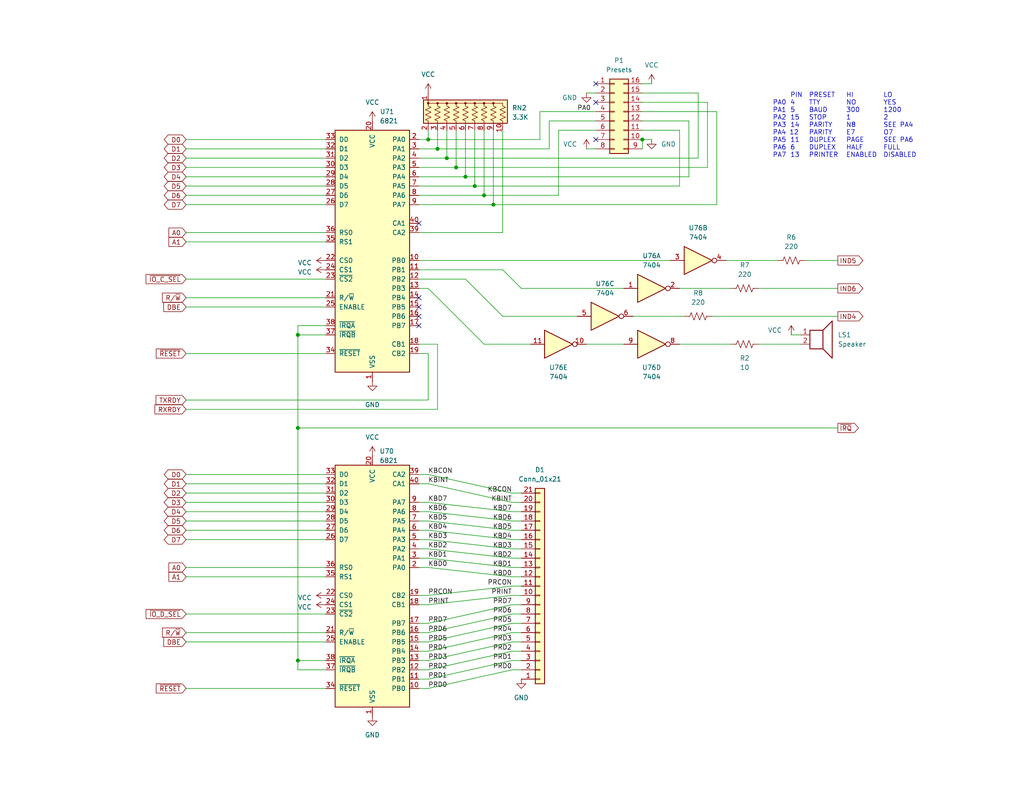
<source format=kicad_sch>
(kicad_sch (version 20231120) (generator "eeschema") (generator_version "8.0")
  (paper "USLetter")
  (lib_symbols
    (symbol "6821_1" (pin_names (offset 1.016))
      (property "Reference" "U70" (at 2.54 34.29 0))
      (property "Value" "6821_1" (at -2.54 1.27 0))
      (symbol "6821_1_0_1"
        (rectangle (start -10.16 -33.02) (end 10.16 33.02) (stroke (width 0.254)) (fill (type background)))
      )
      (symbol "6821_1_1_1"
        (pin power_in line (at 0 -35.56 90) (length 2.54) (name "VSS") (number "1"))
        (pin bidirectional line (at 12.7 -27.94 180) (length 2.54) (name "PB0") (number "10"))
        (pin bidirectional line (at 12.7 -25.4 180) (length 2.54) (name "PB1") (number "11"))
        (pin bidirectional line (at 12.7 -22.86 180) (length 2.54) (name "PB2") (number "12"))
        (pin bidirectional line (at 12.7 -20.32 180) (length 2.54) (name "PB3") (number "13"))
        (pin bidirectional line (at 12.7 -17.78 180) (length 2.54) (name "PB4") (number "14"))
        (pin bidirectional line (at 12.7 -15.24 180) (length 2.54) (name "PB5") (number "15"))
        (pin bidirectional line (at 12.7 -12.7 180) (length 2.54) (name "PB6") (number "16"))
        (pin bidirectional line (at 12.7 -10.16 180) (length 2.54) (name "PB7") (number "17"))
        (pin input line (at 12.7 -5.08 180) (length 2.54) (name "CB1") (number "18"))
        (pin bidirectional line (at 12.7 -2.54 180) (length 2.54) (name "CB2") (number "19"))
        (pin bidirectional line (at 12.7 5.08 180) (length 2.54) (name "PA0") (number "2"))
        (pin power_in line (at 0 35.56 270) (length 2.54) (name "VCC") (number "20"))
        (pin input line (at -12.7 -12.7 0) (length 2.54) (name "R/~{W}") (number "21"))
        (pin input line (at -12.7 -2.54 0) (length 2.54) (name "CS0") (number "22"))
        (pin input line (at -12.7 -7.62 0) (length 2.54) (name "~{CS2}") (number "23"))
        (pin input line (at -12.7 -5.08 0) (length 2.54) (name "CS1") (number "24"))
        (pin input line (at -12.7 -15.24 0) (length 2.54) (name "ENABLE") (number "25"))
        (pin bidirectional line (at -12.7 12.7 0) (length 2.54) (name "D7") (number "26"))
        (pin bidirectional line (at -12.7 15.24 0) (length 2.54) (name "D6") (number "27"))
        (pin bidirectional line (at -12.7 17.78 0) (length 2.54) (name "D5") (number "28"))
        (pin bidirectional line (at -12.7 20.32 0) (length 2.54) (name "D4") (number "29"))
        (pin bidirectional line (at 12.7 7.62 180) (length 2.54) (name "PA1") (number "3"))
        (pin bidirectional line (at -12.7 22.86 0) (length 2.54) (name "D3") (number "30"))
        (pin bidirectional line (at -12.7 25.4 0) (length 2.54) (name "D2") (number "31"))
        (pin bidirectional line (at -12.7 27.94 0) (length 2.54) (name "D1") (number "32"))
        (pin bidirectional line (at -12.7 30.48 0) (length 2.54) (name "D0") (number "33"))
        (pin input line (at -12.7 -27.94 0) (length 2.54) (name "~{RESET}") (number "34"))
        (pin input line (at -12.7 2.54 0) (length 2.54) (name "RS1") (number "35"))
        (pin input line (at -12.7 5.08 0) (length 2.54) (name "RS0") (number "36"))
        (pin open_collector line (at -12.7 -22.86 0) (length 2.54) (name "~{IRQB}") (number "37"))
        (pin open_collector line (at -12.7 -20.32 0) (length 2.54) (name "~{IRQA}") (number "38"))
        (pin bidirectional line (at 12.7 30.48 180) (length 2.54) (name "CA2") (number "39"))
        (pin bidirectional line (at 12.7 10.16 180) (length 2.54) (name "PA2") (number "4"))
        (pin input line (at 12.7 27.94 180) (length 2.54) (name "CA1") (number "40"))
        (pin bidirectional line (at 12.7 12.7 180) (length 2.54) (name "PA3") (number "5"))
        (pin bidirectional line (at 12.7 15.24 180) (length 2.54) (name "PA4") (number "6"))
        (pin bidirectional line (at 12.7 17.78 180) (length 2.54) (name "PA5") (number "7"))
        (pin bidirectional line (at 12.7 20.32 180) (length 2.54) (name "PA6") (number "8"))
        (pin bidirectional line (at 12.7 22.86 180) (length 2.54) (name "PA7") (number "9"))
      )
    )
    (symbol "74xx:74LS04"
      (property "Reference" "U" (at 0 1.27 0))
      (property "Value" "74LS04" (at 0 -1.27 0))
      (symbol "74LS04_1_0"
        (polyline (pts (xy -3.81 3.81) (xy -3.81 -3.81) (xy 3.81 0) (xy -3.81 3.81)) (stroke (width 0.254)) (fill (type background)))
        (pin input line (at -7.62 0 0) (length 3.81) (name "~") (number "1"))
        (pin output inverted (at 7.62 0 180) (length 3.81) (name "~") (number "2"))
      )
      (symbol "74LS04_2_0"
        (polyline (pts (xy -3.81 3.81) (xy -3.81 -3.81) (xy 3.81 0) (xy -3.81 3.81)) (stroke (width 0.254)) (fill (type background)))
        (pin input line (at -7.62 0 0) (length 3.81) (name "~") (number "3"))
        (pin output inverted (at 7.62 0 180) (length 3.81) (name "~") (number "4"))
      )
      (symbol "74LS04_3_0"
        (polyline (pts (xy -3.81 3.81) (xy -3.81 -3.81) (xy 3.81 0) (xy -3.81 3.81)) (stroke (width 0.254)) (fill (type background)))
        (pin input line (at -7.62 0 0) (length 3.81) (name "~") (number "5"))
        (pin output inverted (at 7.62 0 180) (length 3.81) (name "~") (number "6"))
      )
      (symbol "74LS04_4_0"
        (polyline (pts (xy -3.81 3.81) (xy -3.81 -3.81) (xy 3.81 0) (xy -3.81 3.81)) (stroke (width 0.254)) (fill (type background)))
        (pin output inverted (at 7.62 0 180) (length 3.81) (name "~") (number "8"))
        (pin input line (at -7.62 0 0) (length 3.81) (name "~") (number "9"))
      )
      (symbol "74LS04_5_0"
        (polyline (pts (xy -3.81 3.81) (xy -3.81 -3.81) (xy 3.81 0) (xy -3.81 3.81)) (stroke (width 0.254)) (fill (type background)))
        (pin output inverted (at 7.62 0 180) (length 3.81) (name "~") (number "10"))
        (pin input line (at -7.62 0 0) (length 3.81) (name "~") (number "11"))
      )
      (symbol "74LS04_6_0"
        (polyline (pts (xy -3.81 3.81) (xy -3.81 -3.81) (xy 3.81 0) (xy -3.81 3.81)) (stroke (width 0.254)) (fill (type background)))
        (pin output inverted (at 7.62 0 180) (length 3.81) (name "~") (number "12"))
        (pin input line (at -7.62 0 0) (length 3.81) (name "~") (number "13"))
      )
      (symbol "74LS04_7_0"
        (pin power_in line (at 0 12.7 270) (length 5.08) (name "VCC") (number "14"))
        (pin power_in line (at 0 -12.7 90) (length 5.08) (name "GND") (number "7"))
      )
      (symbol "74LS04_7_1"
        (rectangle (start -5.08 7.62) (end 5.08 -7.62) (stroke (width 0.254)) (fill (type background)))
      )
    )
    (symbol "Connector_Generic:Conn_01x21" (pin_names (offset 1.016) hide)
      (property "Reference" "J" (at 0 27.94 0))
      (property "Value" "Conn_01x21" (at 0 -27.94 0))
      (symbol "Conn_01x21_1_1"
        (rectangle (start -1.27 -25.273) (end 0 -25.527) (stroke (width 0.1524)))
        (rectangle (start -1.27 -22.733) (end 0 -22.987) (stroke (width 0.1524)))
        (rectangle (start -1.27 -20.193) (end 0 -20.447) (stroke (width 0.1524)))
        (rectangle (start -1.27 -17.653) (end 0 -17.907) (stroke (width 0.1524)))
        (rectangle (start -1.27 -15.113) (end 0 -15.367) (stroke (width 0.1524)))
        (rectangle (start -1.27 -12.573) (end 0 -12.827) (stroke (width 0.1524)))
        (rectangle (start -1.27 -10.033) (end 0 -10.287) (stroke (width 0.1524)))
        (rectangle (start -1.27 -7.493) (end 0 -7.747) (stroke (width 0.1524)))
        (rectangle (start -1.27 -4.953) (end 0 -5.207) (stroke (width 0.1524)))
        (rectangle (start -1.27 -2.413) (end 0 -2.667) (stroke (width 0.1524)))
        (rectangle (start -1.27 0.127) (end 0 -0.127) (stroke (width 0.1524)))
        (rectangle (start -1.27 2.667) (end 0 2.413) (stroke (width 0.1524)))
        (rectangle (start -1.27 5.207) (end 0 4.953) (stroke (width 0.1524)))
        (rectangle (start -1.27 7.747) (end 0 7.493) (stroke (width 0.1524)))
        (rectangle (start -1.27 10.287) (end 0 10.033) (stroke (width 0.1524)))
        (rectangle (start -1.27 12.827) (end 0 12.573) (stroke (width 0.1524)))
        (rectangle (start -1.27 15.367) (end 0 15.113) (stroke (width 0.1524)))
        (rectangle (start -1.27 17.907) (end 0 17.653) (stroke (width 0.1524)))
        (rectangle (start -1.27 20.447) (end 0 20.193) (stroke (width 0.1524)))
        (rectangle (start -1.27 22.987) (end 0 22.733) (stroke (width 0.1524)))
        (rectangle (start -1.27 25.527) (end 0 25.273) (stroke (width 0.1524)))
        (rectangle (start -1.27 26.67) (end 1.27 -26.67) (stroke (width 0.254)) (fill (type background)))
        (pin passive line (at -5.08 25.4 0) (length 3.81) (name "Pin_1") (number "1"))
        (pin passive line (at -5.08 2.54 0) (length 3.81) (name "Pin_10") (number "10"))
        (pin passive line (at -5.08 0 0) (length 3.81) (name "Pin_11") (number "11"))
        (pin passive line (at -5.08 -2.54 0) (length 3.81) (name "Pin_12") (number "12"))
        (pin passive line (at -5.08 -5.08 0) (length 3.81) (name "Pin_13") (number "13"))
        (pin passive line (at -5.08 -7.62 0) (length 3.81) (name "Pin_14") (number "14"))
        (pin passive line (at -5.08 -10.16 0) (length 3.81) (name "Pin_15") (number "15"))
        (pin passive line (at -5.08 -12.7 0) (length 3.81) (name "Pin_16") (number "16"))
        (pin passive line (at -5.08 -15.24 0) (length 3.81) (name "Pin_17") (number "17"))
        (pin passive line (at -5.08 -17.78 0) (length 3.81) (name "Pin_18") (number "18"))
        (pin passive line (at -5.08 -20.32 0) (length 3.81) (name "Pin_19") (number "19"))
        (pin passive line (at -5.08 22.86 0) (length 3.81) (name "Pin_2") (number "2"))
        (pin passive line (at -5.08 -22.86 0) (length 3.81) (name "Pin_20") (number "20"))
        (pin passive line (at -5.08 -25.4 0) (length 3.81) (name "Pin_21") (number "21"))
        (pin passive line (at -5.08 20.32 0) (length 3.81) (name "Pin_3") (number "3"))
        (pin passive line (at -5.08 17.78 0) (length 3.81) (name "Pin_4") (number "4"))
        (pin passive line (at -5.08 15.24 0) (length 3.81) (name "Pin_5") (number "5"))
        (pin passive line (at -5.08 12.7 0) (length 3.81) (name "Pin_6") (number "6"))
        (pin passive line (at -5.08 10.16 0) (length 3.81) (name "Pin_7") (number "7"))
        (pin passive line (at -5.08 7.62 0) (length 3.81) (name "Pin_8") (number "8"))
        (pin passive line (at -5.08 5.08 0) (length 3.81) (name "Pin_9") (number "9"))
      )
    )
    (symbol "Connector_Generic:Conn_02x08_Counter_Clockwise" (pin_names (offset 1.016) hide)
      (property "Reference" "J" (at 1.27 10.16 0))
      (property "Value" "Conn_02x08_Counter_Clockwise" (at 1.27 -12.7 0))
      (symbol "Conn_02x08_Counter_Clockwise_1_1"
        (rectangle (start -1.27 -10.033) (end 0 -10.287) (stroke (width 0.1524)))
        (rectangle (start -1.27 -7.493) (end 0 -7.747) (stroke (width 0.1524)))
        (rectangle (start -1.27 -4.953) (end 0 -5.207) (stroke (width 0.1524)))
        (rectangle (start -1.27 -2.413) (end 0 -2.667) (stroke (width 0.1524)))
        (rectangle (start -1.27 0.127) (end 0 -0.127) (stroke (width 0.1524)))
        (rectangle (start -1.27 2.667) (end 0 2.413) (stroke (width 0.1524)))
        (rectangle (start -1.27 5.207) (end 0 4.953) (stroke (width 0.1524)))
        (rectangle (start -1.27 7.747) (end 0 7.493) (stroke (width 0.1524)))
        (rectangle (start -1.27 8.89) (end 3.81 -11.43) (stroke (width 0.254)) (fill (type background)))
        (rectangle (start 3.81 -10.033) (end 2.54 -10.287) (stroke (width 0.1524)))
        (rectangle (start 3.81 -7.493) (end 2.54 -7.747) (stroke (width 0.1524)))
        (rectangle (start 3.81 -4.953) (end 2.54 -5.207) (stroke (width 0.1524)))
        (rectangle (start 3.81 -2.413) (end 2.54 -2.667) (stroke (width 0.1524)))
        (rectangle (start 3.81 0.127) (end 2.54 -0.127) (stroke (width 0.1524)))
        (rectangle (start 3.81 2.667) (end 2.54 2.413) (stroke (width 0.1524)))
        (rectangle (start 3.81 5.207) (end 2.54 4.953) (stroke (width 0.1524)))
        (rectangle (start 3.81 7.747) (end 2.54 7.493) (stroke (width 0.1524)))
        (pin passive line (at -5.08 7.62 0) (length 3.81) (name "Pin_1") (number "1"))
        (pin passive line (at 7.62 -7.62 180) (length 3.81) (name "Pin_10") (number "10"))
        (pin passive line (at 7.62 -5.08 180) (length 3.81) (name "Pin_11") (number "11"))
        (pin passive line (at 7.62 -2.54 180) (length 3.81) (name "Pin_12") (number "12"))
        (pin passive line (at 7.62 0 180) (length 3.81) (name "Pin_13") (number "13"))
        (pin passive line (at 7.62 2.54 180) (length 3.81) (name "Pin_14") (number "14"))
        (pin passive line (at 7.62 5.08 180) (length 3.81) (name "Pin_15") (number "15"))
        (pin passive line (at 7.62 7.62 180) (length 3.81) (name "Pin_16") (number "16"))
        (pin passive line (at -5.08 5.08 0) (length 3.81) (name "Pin_2") (number "2"))
        (pin passive line (at -5.08 2.54 0) (length 3.81) (name "Pin_3") (number "3"))
        (pin passive line (at -5.08 0 0) (length 3.81) (name "Pin_4") (number "4"))
        (pin passive line (at -5.08 -2.54 0) (length 3.81) (name "Pin_5") (number "5"))
        (pin passive line (at -5.08 -5.08 0) (length 3.81) (name "Pin_6") (number "6"))
        (pin passive line (at -5.08 -7.62 0) (length 3.81) (name "Pin_7") (number "7"))
        (pin passive line (at -5.08 -10.16 0) (length 3.81) (name "Pin_8") (number "8"))
        (pin passive line (at 7.62 -10.16 180) (length 3.81) (name "Pin_9") (number "9"))
      )
    )
    (symbol "Device:R_Network09_US" (pin_names (offset 0) hide)
      (property "Reference" "RN" (at -12.7 0 90))
      (property "Value" "R_Network09_US" (at 12.7 0 90))
      (symbol "R_Network09_US_0_1"
        (rectangle (start -11.43 -3.175) (end 11.43 3.175) (stroke (width 0.254)) (fill (type background)))
        (circle (center -10.16 2.286) (radius 0.254) (fill (type outline)))
        (circle (center -7.62 2.286) (radius 0.254) (fill (type outline)))
        (circle (center -5.08 2.286) (radius 0.254) (fill (type outline)))
        (circle (center -2.54 2.286) (radius 0.254) (fill (type outline)))
        (polyline (pts (xy -10.16 2.286) (xy 10.16 2.286)))
        (polyline (pts (xy -10.16 2.286) (xy -10.16 1.524) (xy -9.398 1.1684) (xy -10.922 0.508) (xy -9.398 -0.1524) (xy -10.922 -0.8382) (xy -9.398 -1.524) (xy -10.922 -2.1844) (xy -10.16 -2.54) (xy -10.16 -3.81)))
        (polyline (pts (xy -7.62 2.286) (xy -7.62 1.524) (xy -6.858 1.1684) (xy -8.382 0.508) (xy -6.858 -0.1524) (xy -8.382 -0.8382) (xy -6.858 -1.524) (xy -8.382 -2.1844) (xy -7.62 -2.54) (xy -7.62 -3.81)))
        (polyline (pts (xy -5.08 2.286) (xy -5.08 1.524) (xy -4.318 1.1684) (xy -5.842 0.508) (xy -4.318 -0.1524) (xy -5.842 -0.8382) (xy -4.318 -1.524) (xy -5.842 -2.1844) (xy -5.08 -2.54) (xy -5.08 -3.81)))
        (polyline (pts (xy -2.54 2.286) (xy -2.54 1.524) (xy -1.778 1.1684) (xy -3.302 0.508) (xy -1.778 -0.1524) (xy -3.302 -0.8382) (xy -1.778 -1.524) (xy -3.302 -2.1844) (xy -2.54 -2.54) (xy -2.54 -3.81)))
        (polyline (pts (xy 0 2.286) (xy 0 1.524) (xy 0.762 1.1684) (xy -0.762 0.508) (xy 0.762 -0.1524) (xy -0.762 -0.8382) (xy 0.762 -1.524) (xy -0.762 -2.1844) (xy 0 -2.54) (xy 0 -3.81)))
        (polyline (pts (xy 2.54 2.286) (xy 2.54 1.524) (xy 3.302 1.1684) (xy 1.778 0.508) (xy 3.302 -0.1524) (xy 1.778 -0.8382) (xy 3.302 -1.524) (xy 1.778 -2.1844) (xy 2.54 -2.54) (xy 2.54 -3.81)))
        (polyline (pts (xy 5.08 2.286) (xy 5.08 1.524) (xy 5.842 1.1684) (xy 4.318 0.508) (xy 5.842 -0.1524) (xy 4.318 -0.8382) (xy 5.842 -1.524) (xy 4.318 -2.1844) (xy 5.08 -2.54) (xy 5.08 -3.81)))
        (polyline (pts (xy 7.62 2.286) (xy 7.62 1.524) (xy 8.382 1.1684) (xy 6.858 0.508) (xy 8.382 -0.1524) (xy 6.858 -0.8382) (xy 8.382 -1.524) (xy 6.858 -2.1844) (xy 7.62 -2.54) (xy 7.62 -3.81)))
        (polyline (pts (xy 10.16 2.286) (xy 10.16 1.524) (xy 10.922 1.1684) (xy 9.398 0.508) (xy 10.922 -0.1524) (xy 9.398 -0.8382) (xy 10.922 -1.524) (xy 9.398 -2.1844) (xy 10.16 -2.54) (xy 10.16 -3.81)))
        (circle (center 0 2.286) (radius 0.254) (fill (type outline)))
        (circle (center 2.54 2.286) (radius 0.254) (fill (type outline)))
        (circle (center 5.08 2.286) (radius 0.254) (fill (type outline)))
        (circle (center 7.62 2.286) (radius 0.254) (fill (type outline)))
      )
      (symbol "R_Network09_US_1_1"
        (pin passive line (at -10.16 5.08 270) (length 2.54) (name "common") (number "1"))
        (pin passive line (at 10.16 -5.08 90) (length 1.27) (name "R9") (number "10"))
        (pin passive line (at -10.16 -5.08 90) (length 1.27) (name "R1") (number "2"))
        (pin passive line (at -7.62 -5.08 90) (length 1.27) (name "R2") (number "3"))
        (pin passive line (at -5.08 -5.08 90) (length 1.27) (name "R3") (number "4"))
        (pin passive line (at -2.54 -5.08 90) (length 1.27) (name "R4") (number "5"))
        (pin passive line (at 0 -5.08 90) (length 1.27) (name "R5") (number "6"))
        (pin passive line (at 2.54 -5.08 90) (length 1.27) (name "R6") (number "7"))
        (pin passive line (at 5.08 -5.08 90) (length 1.27) (name "R7") (number "8"))
        (pin passive line (at 7.62 -5.08 90) (length 1.27) (name "R8") (number "9"))
      )
    )
    (symbol "Device:R_US" (pin_numbers hide) (pin_names (offset 0))
      (property "Reference" "R" (at 2.54 0 90))
      (property "Value" "R_US" (at -2.54 0 90))
      (symbol "R_US_0_1"
        (polyline (pts (xy 0 -2.286) (xy 0 -2.54)))
        (polyline (pts (xy 0 2.286) (xy 0 2.54)))
        (polyline (pts (xy 0 -0.762) (xy 1.016 -1.143) (xy 0 -1.524) (xy -1.016 -1.905) (xy 0 -2.286)))
        (polyline (pts (xy 0 0.762) (xy 1.016 0.381) (xy 0 0) (xy -1.016 -0.381) (xy 0 -0.762)))
        (polyline (pts (xy 0 2.286) (xy 1.016 1.905) (xy 0 1.524) (xy -1.016 1.143) (xy 0 0.762)))
      )
      (symbol "R_US_1_1"
        (pin passive line (at 0 3.81 270) (length 1.27) (name "~") (number "1"))
        (pin passive line (at 0 -3.81 90) (length 1.27) (name "~") (number "2"))
      )
    )
    (symbol "Device:Speaker" (pin_names (offset 0) hide)
      (property "Reference" "LS" (at 1.27 5.715 0))
      (property "Value" "Speaker" (at 1.27 3.81 0))
      (symbol "Speaker_0_0"
        (rectangle (start -2.54 1.27) (end 1.016 -3.81) (stroke (width 0.254)))
        (polyline (pts (xy 1.016 1.27) (xy 3.556 3.81) (xy 3.556 -6.35) (xy 1.016 -3.81)) (stroke (width 0.254)))
      )
      (symbol "Speaker_1_1"
        (pin input line (at -5.08 0 0) (length 2.54) (name "1") (number "1"))
        (pin input line (at -5.08 -2.54 0) (length 2.54) (name "2") (number "2"))
      )
    )
    (symbol "Interface:6821" (pin_names (offset 1.016))
      (property "Reference" "U" (at -7.62 34.29 0))
      (property "Value" "6821" (at 10.16 34.29 0))
      (symbol "6821_0_1"
        (rectangle (start -10.16 -33.02) (end 10.16 33.02) (stroke (width 0.254)) (fill (type background)))
      )
      (symbol "6821_1_1"
        (pin power_in line (at 0 -35.56 90) (length 2.54) (name "VSS") (number "1"))
        (pin bidirectional line (at 12.7 -2.54 180) (length 2.54) (name "PB0") (number "10"))
        (pin bidirectional line (at 12.7 -5.08 180) (length 2.54) (name "PB1") (number "11"))
        (pin bidirectional line (at 12.7 -7.62 180) (length 2.54) (name "PB2") (number "12"))
        (pin bidirectional line (at 12.7 -10.16 180) (length 2.54) (name "PB3") (number "13"))
        (pin bidirectional line (at 12.7 -12.7 180) (length 2.54) (name "PB4") (number "14"))
        (pin bidirectional line (at 12.7 -15.24 180) (length 2.54) (name "PB5") (number "15"))
        (pin bidirectional line (at 12.7 -17.78 180) (length 2.54) (name "PB6") (number "16"))
        (pin bidirectional line (at 12.7 -20.32 180) (length 2.54) (name "PB7") (number "17"))
        (pin input line (at 12.7 -25.4 180) (length 2.54) (name "CB1") (number "18"))
        (pin bidirectional line (at 12.7 -27.94 180) (length 2.54) (name "CB2") (number "19"))
        (pin bidirectional line (at 12.7 30.48 180) (length 2.54) (name "PA0") (number "2"))
        (pin power_in line (at 0 35.56 270) (length 2.54) (name "VCC") (number "20"))
        (pin input line (at -12.7 -12.7 0) (length 2.54) (name "R/~{W}") (number "21"))
        (pin input line (at -12.7 -2.54 0) (length 2.54) (name "CS0") (number "22"))
        (pin input line (at -12.7 -7.62 0) (length 2.54) (name "~{CS2}") (number "23"))
        (pin input line (at -12.7 -5.08 0) (length 2.54) (name "CS1") (number "24"))
        (pin input line (at -12.7 -15.24 0) (length 2.54) (name "ENABLE") (number "25"))
        (pin bidirectional line (at -12.7 12.7 0) (length 2.54) (name "D7") (number "26"))
        (pin bidirectional line (at -12.7 15.24 0) (length 2.54) (name "D6") (number "27"))
        (pin bidirectional line (at -12.7 17.78 0) (length 2.54) (name "D5") (number "28"))
        (pin bidirectional line (at -12.7 20.32 0) (length 2.54) (name "D4") (number "29"))
        (pin bidirectional line (at 12.7 27.94 180) (length 2.54) (name "PA1") (number "3"))
        (pin bidirectional line (at -12.7 22.86 0) (length 2.54) (name "D3") (number "30"))
        (pin bidirectional line (at -12.7 25.4 0) (length 2.54) (name "D2") (number "31"))
        (pin bidirectional line (at -12.7 27.94 0) (length 2.54) (name "D1") (number "32"))
        (pin bidirectional line (at -12.7 30.48 0) (length 2.54) (name "D0") (number "33"))
        (pin input line (at -12.7 -27.94 0) (length 2.54) (name "~{RESET}") (number "34"))
        (pin input line (at -12.7 2.54 0) (length 2.54) (name "RS1") (number "35"))
        (pin input line (at -12.7 5.08 0) (length 2.54) (name "RS0") (number "36"))
        (pin open_collector line (at -12.7 -22.86 0) (length 2.54) (name "~{IRQB}") (number "37"))
        (pin open_collector line (at -12.7 -20.32 0) (length 2.54) (name "~{IRQA}") (number "38"))
        (pin bidirectional line (at 12.7 5.08 180) (length 2.54) (name "CA2") (number "39"))
        (pin bidirectional line (at 12.7 25.4 180) (length 2.54) (name "PA2") (number "4"))
        (pin input line (at 12.7 7.62 180) (length 2.54) (name "CA1") (number "40"))
        (pin bidirectional line (at 12.7 22.86 180) (length 2.54) (name "PA3") (number "5"))
        (pin bidirectional line (at 12.7 20.32 180) (length 2.54) (name "PA4") (number "6"))
        (pin bidirectional line (at 12.7 17.78 180) (length 2.54) (name "PA5") (number "7"))
        (pin bidirectional line (at 12.7 15.24 180) (length 2.54) (name "PA6") (number "8"))
        (pin bidirectional line (at 12.7 12.7 180) (length 2.54) (name "PA7") (number "9"))
      )
    )
    (symbol "power:GND" (power) (pin_names (offset 0))
      (property "Value" "GND" (at 0 -3.81 0))
      (symbol "GND_0_1"
        (polyline (pts (xy 0 0) (xy 0 -1.27) (xy 1.27 -1.27) (xy 0 -2.54) (xy -1.27 -1.27) (xy 0 -1.27)))
      )
      (symbol "GND_1_1"
        (pin power_in line (at 0 0 270) (length 0) hide (name "GND") (number "1"))
      )
    )
    (symbol "power:VCC" (power) (pin_names (offset 0))
      (property "Value" "VCC" (at 0 3.81 0))
      (symbol "VCC_0_1"
        (polyline (pts (xy -0.762 1.27) (xy 0 2.54)))
        (polyline (pts (xy 0 0) (xy 0 2.54)))
        (polyline (pts (xy 0 2.54) (xy 0.762 1.27)))
      )
      (symbol "VCC_1_1"
        (pin power_in line (at 0 0 90) (length 0) hide (name "VCC") (number "1"))
      )
    )
  )
  (junction (at 121.92 43.18))
  (junction (at 81.28 116.84))
  (junction (at 116.84 38.1))
  (junction (at 129.54 50.8))
  (junction (at 175.26 38.1))
  (junction (at 132.08 53.34))
  (junction (at 81.28 180.34))
  (junction (at 134.62 55.88))
  (junction (at 124.46 45.72))
  (junction (at 119.38 40.64))
  (junction (at 81.28 91.44))
  (junction (at 127 48.26))
  (no_connect (at 114.3 88.9))
  (no_connect (at 114.3 60.96))
  (no_connect (at 162.56 38.1))
  (no_connect (at 162.56 22.86))
  (no_connect (at 114.3 83.82))
  (no_connect (at 114.3 86.36))
  (no_connect (at 114.3 81.28))
  (no_connect (at 162.56 27.94))
  (wire (pts (xy 139.7 165.1) (xy 142.24 165.1)))
  (wire (pts (xy 185.42 50.8) (xy 185.42 35.56)))
  (wire (pts (xy 116.84 162.56) (xy 114.3 162.56)))
  (wire (pts (xy 50.8 43.18) (xy 88.9 43.18)))
  (wire (pts (xy 50.8 48.26) (xy 88.9 48.26)))
  (wire (pts (xy 172.72 86.36) (xy 186.69 86.36)))
  (wire (pts (xy 116.84 177.8) (xy 139.7 172.72)))
  (wire (pts (xy 139.7 170.18) (xy 116.84 175.26)))
  (wire (pts (xy 50.8 157.48) (xy 88.9 157.48)))
  (wire (pts (xy 139.7 175.26) (xy 116.84 180.34)))
  (wire (pts (xy 116.84 149.86) (xy 114.3 149.86)))
  (wire (pts (xy 142.24 78.74) (xy 137.16 73.66)))
  (wire (pts (xy 116.84 142.24) (xy 114.3 142.24)))
  (wire (pts (xy 116.84 96.52) (xy 114.3 96.52)))
  (wire (pts (xy 160.02 93.98) (xy 170.18 93.98)))
  (wire (pts (xy 116.84 185.42) (xy 114.3 185.42)))
  (wire (pts (xy 137.16 73.66) (xy 114.3 73.66)))
  (wire (pts (xy 139.7 180.34) (xy 116.84 185.42)))
  (wire (pts (xy 119.38 111.76) (xy 50.8 111.76)))
  (wire (pts (xy 116.84 142.24) (xy 139.7 144.78)))
  (wire (pts (xy 116.84 38.1) (xy 114.3 38.1)))
  (wire (pts (xy 81.28 91.44) (xy 81.28 116.84)))
  (wire (pts (xy 139.7 147.32) (xy 142.24 147.32)))
  (wire (pts (xy 50.8 129.54) (xy 88.9 129.54)))
  (wire (pts (xy 139.7 162.56) (xy 142.24 162.56)))
  (wire (pts (xy 139.7 160.02) (xy 116.84 162.56)))
  (wire (pts (xy 137.16 86.36) (xy 157.48 86.36)))
  (wire (pts (xy 116.84 78.74) (xy 114.3 78.74)))
  (wire (pts (xy 139.7 134.62) (xy 142.24 134.62)))
  (wire (pts (xy 127 35.56) (xy 127 48.26)))
  (wire (pts (xy 116.84 177.8) (xy 114.3 177.8)))
  (wire (pts (xy 81.28 88.9) (xy 81.28 91.44)))
  (wire (pts (xy 116.84 139.7) (xy 114.3 139.7)))
  (wire (pts (xy 199.39 78.74) (xy 185.42 78.74)))
  (wire (pts (xy 177.8 38.1) (xy 175.26 38.1)))
  (wire (pts (xy 228.6 71.12) (xy 219.71 71.12)))
  (wire (pts (xy 175.26 25.4) (xy 190.5 25.4)))
  (wire (pts (xy 119.38 93.98) (xy 114.3 93.98)))
  (wire (pts (xy 116.84 175.26) (xy 114.3 175.26)))
  (wire (pts (xy 50.8 40.64) (xy 88.9 40.64)))
  (wire (pts (xy 50.8 96.52) (xy 88.9 96.52)))
  (wire (pts (xy 116.84 180.34) (xy 114.3 180.34)))
  (wire (pts (xy 132.08 35.56) (xy 132.08 53.34)))
  (wire (pts (xy 212.09 71.12) (xy 198.12 71.12)))
  (wire (pts (xy 121.92 35.56) (xy 121.92 43.18)))
  (wire (pts (xy 116.84 152.4) (xy 114.3 152.4)))
  (wire (pts (xy 81.28 180.34) (xy 88.9 180.34)))
  (wire (pts (xy 139.7 152.4) (xy 142.24 152.4)))
  (wire (pts (xy 139.7 172.72) (xy 142.24 172.72)))
  (wire (pts (xy 129.54 35.56) (xy 129.54 50.8)))
  (wire (pts (xy 50.8 134.62) (xy 88.9 134.62)))
  (wire (pts (xy 139.7 152.4) (xy 116.84 149.86)))
  (wire (pts (xy 177.8 22.86) (xy 175.26 22.86)))
  (wire (pts (xy 116.84 154.94) (xy 114.3 154.94)))
  (wire (pts (xy 132.08 93.98) (xy 144.78 93.98)))
  (wire (pts (xy 139.7 177.8) (xy 142.24 177.8)))
  (wire (pts (xy 116.84 154.94) (xy 139.7 157.48)))
  (wire (pts (xy 175.26 38.1) (xy 175.26 40.64)))
  (wire (pts (xy 175.26 27.94) (xy 193.04 27.94)))
  (wire (pts (xy 116.84 35.56) (xy 116.84 38.1)))
  (wire (pts (xy 116.84 109.22) (xy 116.84 96.52)))
  (wire (pts (xy 139.7 170.18) (xy 142.24 170.18)))
  (wire (pts (xy 139.7 147.32) (xy 116.84 144.78)))
  (wire (pts (xy 147.32 30.48) (xy 162.56 30.48)))
  (wire (pts (xy 116.84 187.96) (xy 139.7 182.88)))
  (wire (pts (xy 116.84 170.18) (xy 114.3 170.18)))
  (wire (pts (xy 116.84 172.72) (xy 114.3 172.72)))
  (wire (pts (xy 81.28 182.88) (xy 88.9 182.88)))
  (wire (pts (xy 116.84 152.4) (xy 139.7 154.94)))
  (wire (pts (xy 114.3 71.12) (xy 182.88 71.12)))
  (wire (pts (xy 152.4 35.56) (xy 162.56 35.56)))
  (wire (pts (xy 116.84 137.16) (xy 114.3 137.16)))
  (wire (pts (xy 119.38 40.64) (xy 149.86 40.64)))
  (wire (pts (xy 50.8 66.04) (xy 88.9 66.04)))
  (wire (pts (xy 124.46 35.56) (xy 124.46 45.72)))
  (wire (pts (xy 132.08 53.34) (xy 152.4 53.34)))
  (wire (pts (xy 116.84 129.54) (xy 114.3 129.54)))
  (wire (pts (xy 81.28 180.34) (xy 81.28 182.88)))
  (wire (pts (xy 139.7 144.78) (xy 142.24 144.78)))
  (wire (pts (xy 50.8 144.78) (xy 88.9 144.78)))
  (wire (pts (xy 185.42 93.98) (xy 199.39 93.98)))
  (wire (pts (xy 134.62 55.88) (xy 195.58 55.88)))
  (wire (pts (xy 132.08 53.34) (xy 114.3 53.34)))
  (wire (pts (xy 50.8 187.96) (xy 88.9 187.96)))
  (wire (pts (xy 50.8 63.5) (xy 88.9 63.5)))
  (wire (pts (xy 142.24 78.74) (xy 170.18 78.74)))
  (wire (pts (xy 50.8 175.26) (xy 88.9 175.26)))
  (wire (pts (xy 81.28 116.84) (xy 81.28 180.34)))
  (wire (pts (xy 149.86 33.02) (xy 162.56 33.02)))
  (wire (pts (xy 50.8 147.32) (xy 88.9 147.32)))
  (wire (pts (xy 50.8 142.24) (xy 88.9 142.24)))
  (wire (pts (xy 119.38 35.56) (xy 119.38 40.64)))
  (wire (pts (xy 121.92 43.18) (xy 190.5 43.18)))
  (wire (pts (xy 149.86 40.64) (xy 149.86 33.02)))
  (wire (pts (xy 160.02 25.4) (xy 162.56 25.4)))
  (wire (pts (xy 127 48.26) (xy 187.96 48.26)))
  (wire (pts (xy 218.44 93.98) (xy 207.01 93.98)))
  (wire (pts (xy 139.7 157.48) (xy 142.24 157.48)))
  (wire (pts (xy 139.7 165.1) (xy 116.84 170.18)))
  (wire (pts (xy 175.26 33.02) (xy 187.96 33.02)))
  (wire (pts (xy 139.7 160.02) (xy 142.24 160.02)))
  (wire (pts (xy 119.38 111.76) (xy 119.38 93.98)))
  (wire (pts (xy 137.16 86.36) (xy 127 76.2)))
  (wire (pts (xy 116.84 187.96) (xy 114.3 187.96)))
  (wire (pts (xy 50.8 53.34) (xy 88.9 53.34)))
  (wire (pts (xy 195.58 55.88) (xy 195.58 30.48)))
  (wire (pts (xy 116.84 144.78) (xy 114.3 144.78)))
  (wire (pts (xy 50.8 132.08) (xy 88.9 132.08)))
  (wire (pts (xy 50.8 76.2) (xy 88.9 76.2)))
  (wire (pts (xy 187.96 48.26) (xy 187.96 33.02)))
  (wire (pts (xy 81.28 116.84) (xy 228.6 116.84)))
  (wire (pts (xy 129.54 50.8) (xy 114.3 50.8)))
  (wire (pts (xy 116.84 172.72) (xy 139.7 167.64)))
  (wire (pts (xy 137.16 63.5) (xy 137.16 35.56)))
  (wire (pts (xy 50.8 139.7) (xy 88.9 139.7)))
  (wire (pts (xy 116.84 129.54) (xy 139.7 134.62)))
  (wire (pts (xy 139.7 175.26) (xy 142.24 175.26)))
  (wire (pts (xy 119.38 40.64) (xy 114.3 40.64)))
  (wire (pts (xy 50.8 83.82) (xy 88.9 83.82)))
  (wire (pts (xy 139.7 137.16) (xy 116.84 132.08)))
  (wire (pts (xy 139.7 139.7) (xy 142.24 139.7)))
  (wire (pts (xy 50.8 45.72) (xy 88.9 45.72)))
  (wire (pts (xy 116.84 109.22) (xy 50.8 109.22)))
  (wire (pts (xy 228.6 86.36) (xy 194.31 86.36)))
  (wire (pts (xy 81.28 91.44) (xy 88.9 91.44)))
  (wire (pts (xy 127 48.26) (xy 114.3 48.26)))
  (wire (pts (xy 152.4 53.34) (xy 152.4 35.56)))
  (wire (pts (xy 139.7 149.86) (xy 142.24 149.86)))
  (wire (pts (xy 116.84 137.16) (xy 139.7 139.7)))
  (wire (pts (xy 139.7 167.64) (xy 142.24 167.64)))
  (wire (pts (xy 139.7 137.16) (xy 142.24 137.16)))
  (wire (pts (xy 129.54 50.8) (xy 185.42 50.8)))
  (wire (pts (xy 116.84 165.1) (xy 114.3 165.1)))
  (wire (pts (xy 50.8 38.1) (xy 88.9 38.1)))
  (wire (pts (xy 175.26 30.48) (xy 195.58 30.48)))
  (wire (pts (xy 175.26 35.56) (xy 185.42 35.56)))
  (wire (pts (xy 147.32 30.48) (xy 147.32 38.1)))
  (wire (pts (xy 132.08 93.98) (xy 116.84 78.74)))
  (wire (pts (xy 228.6 78.74) (xy 207.01 78.74)))
  (wire (pts (xy 139.7 154.94) (xy 142.24 154.94)))
  (wire (pts (xy 127 76.2) (xy 114.3 76.2)))
  (wire (pts (xy 116.84 147.32) (xy 114.3 147.32)))
  (wire (pts (xy 50.8 172.72) (xy 88.9 172.72)))
  (wire (pts (xy 190.5 43.18) (xy 190.5 25.4)))
  (wire (pts (xy 50.8 50.8) (xy 88.9 50.8)))
  (wire (pts (xy 81.28 88.9) (xy 88.9 88.9)))
  (wire (pts (xy 139.7 142.24) (xy 142.24 142.24)))
  (wire (pts (xy 116.84 132.08) (xy 114.3 132.08)))
  (wire (pts (xy 50.8 81.28) (xy 88.9 81.28)))
  (wire (pts (xy 124.46 45.72) (xy 193.04 45.72)))
  (wire (pts (xy 218.44 91.44) (xy 215.9 91.44)))
  (wire (pts (xy 121.92 43.18) (xy 114.3 43.18)))
  (wire (pts (xy 50.8 167.64) (xy 88.9 167.64)))
  (wire (pts (xy 134.62 55.88) (xy 114.3 55.88)))
  (wire (pts (xy 116.84 182.88) (xy 114.3 182.88)))
  (wire (pts (xy 116.84 165.1) (xy 139.7 162.56)))
  (wire (pts (xy 114.3 63.5) (xy 137.16 63.5)))
  (wire (pts (xy 50.8 55.88) (xy 88.9 55.88)))
  (wire (pts (xy 116.84 38.1) (xy 147.32 38.1)))
  (wire (pts (xy 134.62 55.88) (xy 134.62 35.56)))
  (wire (pts (xy 193.04 27.94) (xy 193.04 45.72)))
  (wire (pts (xy 50.8 137.16) (xy 88.9 137.16)))
  (wire (pts (xy 116.84 147.32) (xy 139.7 149.86)))
  (wire (pts (xy 139.7 142.24) (xy 116.84 139.7)))
  (wire (pts (xy 124.46 45.72) (xy 114.3 45.72)))
  (wire (pts (xy 160.02 40.64) (xy 162.56 40.64)))
  (wire (pts (xy 50.8 154.94) (xy 88.9 154.94)))
  (wire (pts (xy 116.84 182.88) (xy 139.7 177.8)))
  (wire (pts (xy 139.7 182.88) (xy 142.24 182.88)))
  (wire (pts (xy 139.7 180.34) (xy 142.24 180.34)))
  (text "	PIN	PRESET	HI		LO\nPA0	4	TTY		NO		YES\nPA1	5	BAUD	300		1200\nPA2	15	STOP	1		2\nPA3	14	PARITY	N8		SEE PA4\nPA4 12	PARITY	E7		O7\nPA5	11	DUPLEX	PAGE	SEE PA6\nPA6	6	DUPLEX	HALF	FULL\nPA7	13	PRINTER	ENABLED	DISABLED\n" (at 210.82 43.18 0) (effects (font (size 1.27 1.27)) (justify left bottom)))
  (label "KBCON" (at 116.84 129.54 0))
  (label "PRD5" (at 116.84 175.26 0))
  (label "PRINT" (at 139.7 162.56 180))
  (label "KBD3" (at 139.7 149.86 180))
  (label "KBD1" (at 139.7 154.94 180))
  (label "PRD4" (at 116.84 177.8 0))
  (label "PRD3" (at 139.7 175.26 180))
  (label "PRD1" (at 116.84 185.42 0))
  (label "KBD0" (at 116.84 154.94 0))
  (label "PRD0" (at 139.7 182.88 180))
  (label "PRD7" (at 116.84 170.18 0))
  (label "PRD0" (at 116.84 187.96 0))
  (label "KBD5" (at 139.7 144.78 180))
  (label "KBD1" (at 116.84 152.4 0))
  (label "KBD4" (at 116.84 144.78 0))
  (label "PRD6" (at 139.7 167.64 180))
  (label "PRD1" (at 139.7 180.34 180))
  (label "KBD2" (at 139.7 152.4 180))
  (label "PRD4" (at 139.7 172.72 180))
  (label "PRD2" (at 139.7 177.8 180))
  (label "PRD3" (at 116.84 180.34 0))
  (label "PRD6" (at 116.84 172.72 0))
  (label "KBINT" (at 116.84 132.08 0))
  (label "KBD6" (at 139.7 142.24 180))
  (label "PRD2" (at 116.84 182.88 0))
  (label "KBD4" (at 139.7 147.32 180))
  (label "KBD6" (at 116.84 139.7 0))
  (label "KBD5" (at 116.84 142.24 0))
  (label "KBD0" (at 139.7 157.48 180))
  (label "PRCON" (at 116.84 162.56 0))
  (label "PRINT" (at 116.84 165.1 0))
  (label "PRD5" (at 139.7 170.18 180))
  (label "KBD3" (at 116.84 147.32 0))
  (label "KBCON" (at 139.7 134.62 180))
  (label "KBD2" (at 116.84 149.86 0))
  (label "KBD7" (at 139.7 139.7 180))
  (label "KBINT" (at 139.7 137.16 180))
  (label "PRD7" (at 139.7 165.1 180))
  (label "KBD7" (at 116.84 137.16 0))
  (label "PA0" (at 157.48 30.48 0))
  (label "PRCON" (at 139.7 160.02 180))
  (global_label "DBE" (shape input) (at 50.8 175.26 180) (property "Intersheetrefs" "${INTERSHEET_REFS}" (effects (hide yes))))
  (global_label "D5" (shape bidirectional) (at 50.8 50.8 180) (property "Intersheetrefs" "${INTERSHEET_REFS}" (effects (hide yes))))
  (global_label "R{slash}~{W}" (shape input) (at 50.8 81.28 180) (property "Intersheetrefs" "${INTERSHEET_REFS}" (effects (hide yes))))
  (global_label "D3" (shape bidirectional) (at 50.8 45.72 180) (property "Intersheetrefs" "${INTERSHEET_REFS}" (effects (hide yes))))
  (global_label "D1" (shape bidirectional) (at 50.8 40.64 180) (property "Intersheetrefs" "${INTERSHEET_REFS}" (effects (hide yes))))
  (global_label "D4" (shape bidirectional) (at 50.8 48.26 180) (property "Intersheetrefs" "${INTERSHEET_REFS}" (effects (hide yes))))
  (global_label "D3" (shape bidirectional) (at 50.8 137.16 180) (property "Intersheetrefs" "${INTERSHEET_REFS}" (effects (hide yes))))
  (global_label "DBE" (shape input) (at 50.8 83.82 180) (property "Intersheetrefs" "${INTERSHEET_REFS}" (effects (hide yes))))
  (global_label "D2" (shape bidirectional) (at 50.8 43.18 180) (property "Intersheetrefs" "${INTERSHEET_REFS}" (effects (hide yes))))
  (global_label "~{RESET}" (shape input) (at 50.8 187.96 180) (property "Intersheetrefs" "${INTERSHEET_REFS}" (effects (hide yes))))
  (global_label "~{IO_D_SEL}" (shape input) (at 50.8 167.64 180) (property "Intersheetrefs" "${INTERSHEET_REFS}" (effects (hide yes))))
  (global_label "D7" (shape bidirectional) (at 50.8 147.32 180) (property "Intersheetrefs" "${INTERSHEET_REFS}" (effects (hide yes))))
  (global_label "D6" (shape bidirectional) (at 50.8 53.34 180) (property "Intersheetrefs" "${INTERSHEET_REFS}" (effects (hide yes))))
  (global_label "R{slash}~{W}" (shape input) (at 50.8 172.72 180) (property "Intersheetrefs" "${INTERSHEET_REFS}" (effects (hide yes))))
  (global_label "IND5" (shape output) (at 228.6 71.12 0) (property "Intersheetrefs" "${INTERSHEET_REFS}" (effects (hide yes))))
  (global_label "D0" (shape bidirectional) (at 50.8 129.54 180) (property "Intersheetrefs" "${INTERSHEET_REFS}" (effects (hide yes))))
  (global_label "RXRDY" (shape input) (at 50.8 111.76 180) (property "Intersheetrefs" "${INTERSHEET_REFS}" (effects (hide yes))))
  (global_label "D4" (shape bidirectional) (at 50.8 139.7 180) (property "Intersheetrefs" "${INTERSHEET_REFS}" (effects (hide yes))))
  (global_label "D0" (shape bidirectional) (at 50.8 38.1 180) (property "Intersheetrefs" "${INTERSHEET_REFS}" (effects (hide yes))))
  (global_label "~{IRQ}" (shape output) (at 228.6 116.84 0) (property "Intersheetrefs" "${INTERSHEET_REFS}" (effects (hide yes))))
  (global_label "TXRDY" (shape input) (at 50.8 109.22 180) (property "Intersheetrefs" "${INTERSHEET_REFS}" (effects (hide yes))))
  (global_label "IND4" (shape output) (at 228.6 86.36 0) (property "Intersheetrefs" "${INTERSHEET_REFS}" (effects (hide yes))))
  (global_label "~{IO_C_SEL}" (shape input) (at 50.8 76.2 180) (property "Intersheetrefs" "${INTERSHEET_REFS}" (effects (hide yes))))
  (global_label "D6" (shape bidirectional) (at 50.8 144.78 180) (property "Intersheetrefs" "${INTERSHEET_REFS}" (effects (hide yes))))
  (global_label "D2" (shape bidirectional) (at 50.8 134.62 180) (property "Intersheetrefs" "${INTERSHEET_REFS}" (effects (hide yes))))
  (global_label "A1" (shape input) (at 50.8 157.48 180) (property "Intersheetrefs" "${INTERSHEET_REFS}" (effects (hide yes))))
  (global_label "A1" (shape input) (at 50.8 66.04 180) (property "Intersheetrefs" "${INTERSHEET_REFS}" (effects (hide yes))))
  (global_label "IND6" (shape output) (at 228.6 78.74 0) (property "Intersheetrefs" "${INTERSHEET_REFS}" (effects (hide yes))))
  (global_label "D7" (shape bidirectional) (at 50.8 55.88 180) (property "Intersheetrefs" "${INTERSHEET_REFS}" (effects (hide yes))))
  (global_label "A0" (shape input) (at 50.8 154.94 180) (property "Intersheetrefs" "${INTERSHEET_REFS}" (effects (hide yes))))
  (global_label "D1" (shape bidirectional) (at 50.8 132.08 180) (property "Intersheetrefs" "${INTERSHEET_REFS}" (effects (hide yes))))
  (global_label "A0" (shape input) (at 50.8 63.5 180) (property "Intersheetrefs" "${INTERSHEET_REFS}" (effects (hide yes))))
  (global_label "~{RESET}" (shape input) (at 50.8 96.52 180) (property "Intersheetrefs" "${INTERSHEET_REFS}" (effects (hide yes))))
  (global_label "D5" (shape bidirectional) (at 50.8 142.24 180) (property "Intersheetrefs" "${INTERSHEET_REFS}" (effects (hide yes))))
  (symbol (lib_id "74xx:74LS04") (at 165.1 86.36 0) (unit 3)
    (property "Reference" "U76" (at 165.1 77.47 0))
    (property "Value" "7404" (at 165.1 80.01 0))
    (property "Footprint" "Package_DIP:DIP-14_W7.62mm" (effects (hide yes)))
    (property "Datasheet" "http://www.ti.com/lit/gpn/sn74LS04" (effects (hide yes)))
  )
  (symbol (lib_id "power:VCC") (at 177.8 22.86 0) (unit 1)
    (property "Reference" "#PWR0226" (effects (hide yes)))
    (property "Value" "VCC" (at 177.8 17.78 0))
  )
  (symbol (lib_id "power:VCC") (at 88.9 71.12 90) (unit 1)
    (property "Reference" "#PWR0124" (effects (hide yes)))
    (property "Value" "VCC" (at 85.09 71.755 90) (effects (justify left)))
  )
  (symbol (lib_id "Device:R_US") (at 203.2 93.98 90) (unit 1)
    (property "Reference" "R2" (at 203.2 97.79 90))
    (property "Value" "10" (at 203.2 100.33 90))
    (property "Footprint" "Resistor_THT:R_Axial_DIN0309_L9.0mm_D3.2mm_P12.70mm_Horizontal" (effects (hide yes)))
  )
  (symbol (lib_id "74xx:74LS04") (at 190.5 71.12 0) (unit 2)
    (property "Reference" "U76" (at 190.5 62.23 0))
    (property "Value" "7404" (at 190.5 64.77 0))
    (property "Footprint" "Package_DIP:DIP-14_W7.62mm" (effects (hide yes)))
    (property "Datasheet" "http://www.ti.com/lit/gpn/sn74LS04" (effects (hide yes)))
  )
  (symbol (lib_id "power:GND") (at 177.8 38.1 0) (unit 1)
    (property "Reference" "#PWR0225" (effects (hide yes)))
    (property "Value" "GND" (at 180.34 39.3699 0) (effects (justify left)))
  )
  (symbol (lib_id "power:VCC") (at 101.6 33.02 0) (unit 1)
    (property "Reference" "#PWR0104" (effects (hide yes)))
    (property "Value" "VCC" (at 101.6 27.94 0))
  )
  (symbol (lib_id "Device:Speaker") (at 223.52 91.44 0) (unit 1)
    (property "Reference" "LS1" (at 228.6 91.4399 0) (effects (justify left)))
    (property "Value" "Speaker" (at 228.6 93.9799 0) (effects (justify left)))
    (property "Footprint" "Buzzer_Beeper:Buzzer_15x7.5RM7.6" (effects (hide yes)))
  )
  (symbol (lib_name "6821_1") (lib_id "Interface:6821") (at 101.6 160.02 0) (unit 1)
    (property "Reference" "U70" (at 103.5559 123.19 0) (effects (justify left)))
    (property "Value" "6821" (at 103.5559 125.73 0) (effects (justify left)))
    (property "Footprint" "Package_DIP:DIP-40_W15.24mm" (effects (hide yes)))
    (property "Datasheet" "http://pdf.datasheetcatalog.com/datasheet/motorola/6821.pdf" (effects (hide yes)))
  )
  (symbol (lib_id "74xx:74LS04") (at 177.8 93.98 0) (unit 4)
    (property "Reference" "U76" (at 177.8 100.33 0))
    (property "Value" "7404" (at 177.8 102.87 0))
    (property "Footprint" "Package_DIP:DIP-14_W7.62mm" (effects (hide yes)))
    (property "Datasheet" "http://www.ti.com/lit/gpn/sn74LS04" (effects (hide yes)))
  )
  (symbol (lib_id "Device:R_Network09_US") (at 127 30.48 0) (unit 1)
    (property "Reference" "RN2" (at 139.7 29.4639 0) (effects (justify left)))
    (property "Value" "3.3K" (at 139.7 32.0039 0) (effects (justify left)))
    (property "Footprint" "Resistor_THT:R_Array_SIP10" (effects (hide yes)))
    (property "Datasheet" "http://www.vishay.com/docs/31509/csc.pdf" (effects (hide yes)))
  )
  (symbol (lib_id "Device:R_US") (at 215.9 71.12 90) (unit 1)
    (property "Reference" "R6" (at 215.9 64.77 90))
    (property "Value" "220" (at 215.9 67.31 90))
    (property "Footprint" "Resistor_THT:R_Axial_DIN0309_L9.0mm_D3.2mm_P12.70mm_Horizontal" (effects (hide yes)))
  )
  (symbol (lib_id "power:VCC") (at 116.84 25.4 0) (unit 1)
    (property "Reference" "#PWR015" (effects (hide yes)))
    (property "Value" "VCC" (at 116.84 20.32 0))
  )
  (symbol (lib_id "power:GND") (at 101.6 195.58 0) (unit 1)
    (property "Reference" "#PWR0106" (effects (hide yes)))
    (property "Value" "GND" (at 101.6 200.66 0))
  )
  (symbol (lib_id "power:VCC") (at 88.9 165.1 90) (unit 1)
    (property "Reference" "#PWR0211" (effects (hide yes)))
    (property "Value" "VCC" (at 85.09 165.735 90) (effects (justify left)))
  )
  (symbol (lib_id "power:VCC") (at 101.6 124.46 0) (unit 1)
    (property "Reference" "#PWR0107" (effects (hide yes)))
    (property "Value" "VCC" (at 101.6 119.38 0))
  )
  (symbol (lib_id "power:VCC") (at 215.9 91.44 0) (unit 1)
    (property "Reference" "#PWR0232" (effects (hide yes)))
    (property "Value" "VCC" (at 213.36 90.1699 0) (effects (justify right)))
  )
  (symbol (lib_id "power:VCC") (at 88.9 162.56 90) (unit 1)
    (property "Reference" "#PWR0125" (effects (hide yes)))
    (property "Value" "VCC" (at 85.09 163.195 90) (effects (justify left)))
  )
  (symbol (lib_id "Device:R_US") (at 203.2 78.74 90) (unit 1)
    (property "Reference" "R7" (at 203.2 72.39 90))
    (property "Value" "220" (at 203.2 74.93 90))
    (property "Footprint" "Resistor_THT:R_Axial_DIN0309_L9.0mm_D3.2mm_P12.70mm_Horizontal" (effects (hide yes)))
  )
  (symbol (lib_id "power:GND") (at 160.02 25.4 0) (unit 1)
    (property "Reference" "#PWR0218" (effects (hide yes)))
    (property "Value" "GND" (at 157.48 26.6699 0) (effects (justify right)))
  )
  (symbol (lib_id "power:VCC") (at 160.02 40.64 0) (unit 1)
    (property "Reference" "#PWR0227" (effects (hide yes)))
    (property "Value" "VCC" (at 157.48 39.3699 0) (effects (justify right)))
  )
  (symbol (lib_id "Interface:6821") (at 101.6 68.58 0) (unit 1)
    (property "Reference" "U71" (at 103.6194 30.48 0) (effects (justify left)))
    (property "Value" "6821" (at 103.6194 33.02 0) (effects (justify left)))
    (property "Footprint" "Package_DIP:DIP-40_W15.24mm" (effects (hide yes)))
    (property "Datasheet" "http://pdf.datasheetcatalog.com/datasheet/motorola/6821.pdf" (effects (hide yes)))
  )
  (symbol (lib_id "Device:R_US") (at 190.5 86.36 90) (unit 1)
    (property "Reference" "R8" (at 190.5 80.01 90))
    (property "Value" "220" (at 190.5 82.55 90))
    (property "Footprint" "Resistor_THT:R_Axial_DIN0309_L9.0mm_D3.2mm_P12.70mm_Horizontal" (effects (hide yes)))
  )
  (symbol (lib_id "Connector_Generic:Conn_02x08_Counter_Clockwise") (at 167.64 30.48 0) (unit 1)
    (property "Reference" "P1" (at 168.91 16.51 0))
    (property "Value" "Presets" (at 168.91 19.05 0))
    (property "Footprint" "Package_DIP:DIP-16_W7.62mm" (effects (hide yes)))
  )
  (symbol (lib_id "power:VCC") (at 88.9 73.66 90) (unit 1)
    (property "Reference" "#PWR0210" (effects (hide yes)))
    (property "Value" "VCC" (at 85.09 74.295 90) (effects (justify left)))
  )
  (symbol (lib_id "power:GND") (at 142.24 185.42 0) (mirror y) (unit 1)
    (property "Reference" "#PWR0111" (effects (hide yes)))
    (property "Value" "GND" (at 142.24 190.5 0))
  )
  (symbol (lib_id "Connector_Generic:Conn_01x21") (at 147.32 160.02 0) (mirror x) (unit 1)
    (property "Reference" "D1" (at 147.32 128.27 0))
    (property "Value" "Conn_01x21" (at 147.32 130.81 0))
    (property "Footprint" "ambassador:SolderWire-0.75sqmm_1x021_P3.96mm_D1.25mm_OD2.3mm" (effects (hide yes)))
  )
  (symbol (lib_id "74xx:74LS04") (at 152.4 93.98 0) (unit 5)
    (property "Reference" "U76" (at 152.4 100.33 0))
    (property "Value" "7404" (at 152.4 102.87 0))
    (property "Footprint" "Package_DIP:DIP-14_W7.62mm" (effects (hide yes)))
    (property "Datasheet" "http://www.ti.com/lit/gpn/sn74LS04" (effects (hide yes)))
  )
  (symbol (lib_id "74xx:74LS04") (at 177.8 78.74 0) (unit 1)
    (property "Reference" "U76" (at 177.8 69.85 0))
    (property "Value" "7404" (at 177.8 72.39 0))
    (property "Footprint" "Package_DIP:DIP-14_W7.62mm" (effects (hide yes)))
    (property "Datasheet" "http://www.ti.com/lit/gpn/sn74LS04" (effects (hide yes)))
  )
  (symbol (lib_id "power:GND") (at 101.6 104.14 0) (unit 1)
    (property "Reference" "#PWR0105" (effects (hide yes)))
    (property "Value" "GND" (at 101.6 110.49 0))
  )
)
</source>
